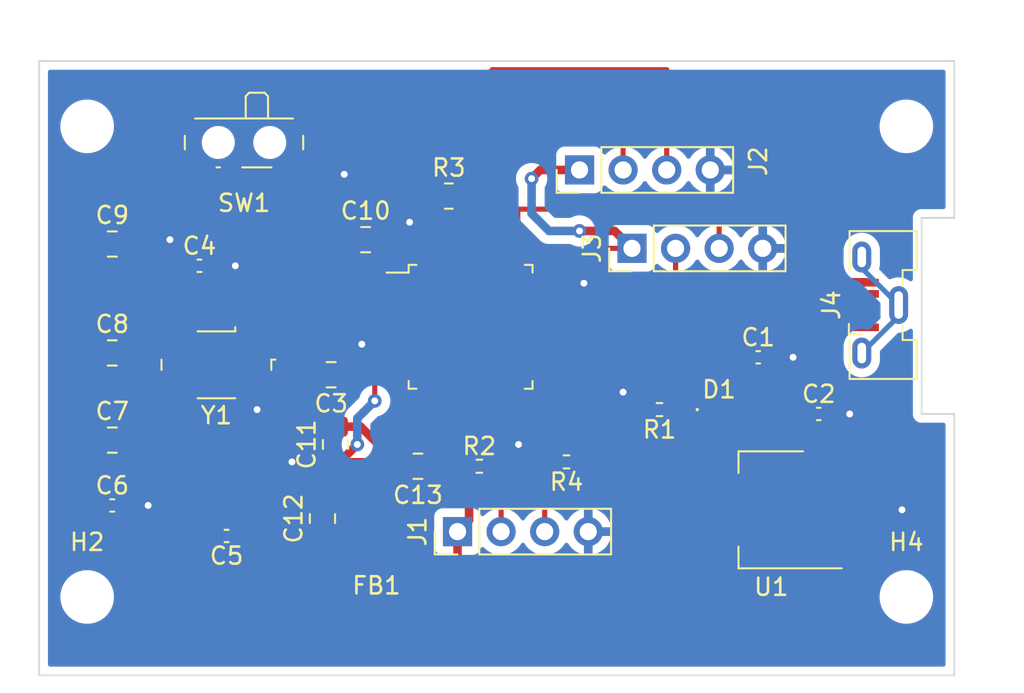
<source format=kicad_pcb>
(kicad_pcb (version 20211014) (generator pcbnew)
  (title_block (title "my STM32") (date "2023-09-23") (rev "v01") (comment 9 "Victor Waburi"))
  (layers (0 "F.Cu" signal) (31 "B.Cu" power) (34 "B.Paste" user) (35 "F.Paste" user) (36 "B.SilkS" user "B.Silkscreen") (37 "F.SilkS" user "F.Silkscreen") (38 "B.Mask" user) (39 "F.Mask" user) (44 "Edge.Cuts" user))
  (net 0 "")
  (net 1 "VBUS")
  (net 2 "GND")
  (net 3 "+3.3V")
  (net 4 "/NRST")
  (net 5 "/HSE_IN")
  (net 6 "/HSE_OUT")
  (net 7 "+3.3VA")
  (net 8 "Net-(D1-Pad1)")
  (net 9 "/12C2_SCL")
  (net 10 "/12C2_SDA")
  (net 11 "/USART1_TX")
  (net 12 "/USART1_RX")
  (net 13 "/SWDIO")
  (net 14 "/SWCLK")
  (net 15 "/USB_D-")
  (net 17 "/USB_D+")
  (net 18 "Net-(R3-Pad1)")
  (net 19 "/BOOT0")
  (net 47 "unconnected-(J4-Pad6)")
  (footprint "Connector_USB:USB_Micro-B_Molex-105133-0031" (layer "F.Cu") (at 111.506 95.25 90)
    (fp_text reference "J4" (at 0 -2.85 90) (layer "F.SilkS"))
    (fp_text value "USB_B_Micro")
    (fp_line (start 2 -1.785) (end 4.31 -1.785) (layer "F.SilkS") (width 0.12))
    (fp_line (start 2.04 1.305) (end 2.04 2.135) (layer "F.SilkS") (width 0.12))
    (fp_line (start 4.31 2.135) (end 2.04 2.135) (layer "F.SilkS") (width 0.12))
    (fp_line (start -2.04 1.305) (end -2.04 2.135) (layer "F.SilkS") (width 0.12))
    (fp_line (start -4.31 -1.785) (end -4.31 2.135) (layer "F.SilkS") (width 0.12))
    (fp_line (start -4.31 2.135) (end -2.04 2.135) (layer "F.SilkS") (width 0.12))
    (fp_line (start -1.7 -1.825) (end -1.1 -1.825) (layer "F.SilkS") (width 0.12))
    (fp_line (start -2.04 1.305) (end -1.21 1.305) (layer "F.SilkS") (width 0.12))
    (fp_line (start 2.04 1.305) (end 1.21 1.305) (layer "F.SilkS") (width 0.12))
    (fp_line (start -1.7 -1.075) (end -1.7 -1.825) (layer "F.SilkS") (width 0.12))
    (fp_line (start 4.31 -1.785) (end 4.31 2.135) (layer "F.SilkS") (width 0.12))
    (fp_line (start -2 -1.785) (end -4.31 -1.785) (layer "F.SilkS") (width 0.12))
    (pad "1" smd rect (at -1.3 -0.825 90) (size 0.45 1.5) (layers "F.Cu" "F.Paste" "F.Mask") (net 1 "VBUS"))
    (pad "2" smd rect (at -0.65 -0.825 90) (size 0.45 1.5) (layers "F.Cu" "F.Paste" "F.Mask") (net 15 "/USB_D-"))
    (pad "3" smd rect (at 0 -0.825 90) (size 0.45 1.5) (layers "F.Cu" "F.Paste" "F.Mask") (net 17 "/USB_D+"))
    (pad "4" smd rect (at 0.65 -0.825 90) (size 0.45 1.5) (layers "F.Cu" "F.Paste" "F.Mask"))
    (pad "5" smd rect (at 1.3 -0.825 90) (size 0.45 1.5) (layers "F.Cu" "F.Paste" "F.Mask") (net 2 "GND"))
    (pad "6" thru_hole oval (at -2.8 -1.075 90) (size 1.8 1.1) (drill oval 1.2 0.5) (layers *.Cu *.Mask) (net 47 "unconnected-(J4-Pad6)"))
    (pad "6" thru_hole oval (at 0 1.075 90) (size 2.2 1.1) (drill oval 1.6 0.5) (layers *.Cu *.Mask) (net 47 "unconnected-(J4-Pad6)"))
    (pad "6" thru_hole oval (at 2.8 -1.075 90) (size 1.8 1.1) (drill oval 1.2 0.5) (layers *.Cu *.Mask) (net 47 "unconnected-(J4-Pad6)"))
  )
  (footprint "Connector_PinHeader_2.54mm:PinHeader_1x04_P2.54mm_Vertical" (layer "F.Cu") (at 86.868 108.458 90)
    (fp_text reference "J1" (at 0 -2.33 90) (layer "F.SilkS"))
    (fp_text value "Conn_01x04_Female")
    (fp_line (start -1.33 8.95) (end 1.33 8.95) (layer "F.SilkS") (width 0.12))
    (fp_line (start -1.33 1.27) (end 1.33 1.27) (layer "F.SilkS") (width 0.12))
    (fp_line (start 1.33 1.27) (end 1.33 8.95) (layer "F.SilkS") (width 0.12))
    (fp_line (start -1.33 -1.33) (end 0 -1.33) (layer "F.SilkS") (width 0.12))
    (fp_line (start -1.33 1.27) (end -1.33 8.95) (layer "F.SilkS") (width 0.12))
    (fp_line (start -1.33 0) (end -1.33 -1.33) (layer "F.SilkS") (width 0.12))
    (pad "1" thru_hole rect (at 0 0 90) (size 1.7 1.7) (drill 1) (layers *.Cu *.Mask) (net 3 "+3.3V"))
    (pad "2" thru_hole oval (at 0 2.54 90) (size 1.7 1.7) (drill 1) (layers *.Cu *.Mask) (net 9 "/12C2_SCL"))
    (pad "3" thru_hole oval (at 0 5.08 90) (size 1.7 1.7) (drill 1) (layers *.Cu *.Mask) (net 10 "/12C2_SDA"))
    (pad "4" thru_hole oval (at 0 7.62 90) (size 1.7 1.7) (drill 1) (layers *.Cu *.Mask) (net 2 "GND"))
  )
  (footprint "Button_Switch_SMD:SW_SPDT_PCM12" (layer "F.Cu") (at 74.422 86.106 180)
    (fp_text reference "SW1" (at 0 -3.2) (layer "F.SilkS"))
    (fp_text value "SW_SPDT")
    (fp_line (start 1.4 -1.12) (end 1.6 -1.12) (layer "F.SilkS") (width 0.12))
    (fp_line (start -1.4 3.02) (end -1.2 3.23) (layer "F.SilkS") (width 0.12))
    (fp_line (start -2.85 1.73) (end 2.85 1.73) (layer "F.SilkS") (width 0.12))
    (fp_line (start 3.45 0.72) (end 3.45 -0.07) (layer "F.SilkS") (width 0.12))
    (fp_line (start -1.2 3.23) (end -0.3 3.23) (layer "F.SilkS") (width 0.12))
    (fp_line (start -1.6 -1.12) (end 0.1 -1.12) (layer "F.SilkS") (width 0.12))
    (fp_line (start -1.4 1.73) (end -1.4 3.02) (layer "F.SilkS") (width 0.12))
    (fp_line (start -0.1 3.02) (end -0.1 1.73) (layer "F.SilkS") (width 0.12))
    (fp_line (start -3.45 -0.07) (end -3.45 0.72) (layer "F.SilkS") (width 0.12))
    (fp_line (start -0.1 3.02) (end -0.3 3.23) (layer "F.SilkS") (width 0.12))
    (pad "" smd rect (at 3.65 -0.78 180) (size 1 0.8) (layers "F.Cu" "F.Paste" "F.Mask"))
    (pad "" smd rect (at -3.65 1.43 180) (size 1 0.8) (layers "F.Cu" "F.Paste" "F.Mask"))
    (pad "" np_thru_hole circle (at -1.5 0.33 180) (size 0.9 0.9) (drill 0.9) (layers *.Cu *.Mask))
    (pad "" smd rect (at -3.65 -0.78 180) (size 1 0.8) (layers "F.Cu" "F.Paste" "F.Mask"))
    (pad "" np_thru_hole circle (at 1.5 0.33 180) (size 0.9 0.9) (drill 0.9) (layers *.Cu *.Mask))
    (pad "" smd rect (at 3.65 1.43 180) (size 1 0.8) (layers "F.Cu" "F.Paste" "F.Mask"))
    (pad "1" smd rect (at -2.25 -1.43 180) (size 0.7 1.5) (layers "F.Cu" "F.Paste" "F.Mask") (net 2 "GND"))
    (pad "2" smd rect (at 0.75 -1.43 180) (size 0.7 1.5) (layers "F.Cu" "F.Paste" "F.Mask") (net 18 "Net-(R3-Pad1)"))
    (pad "3" smd rect (at 2.25 -1.43 180) (size 0.7 1.5) (layers "F.Cu" "F.Paste" "F.Mask") (net 3 "+3.3V"))
  )
  (footprint "Package_TO_SOT_SMD:SOT-223-3_TabPin2" (layer "F.Cu") (at 105.156 107.188 180)
    (fp_text reference "U1" (at 0 -4.5) (layer "F.SilkS"))
    (fp_text value "AMS1117")
    (fp_line (start -1.85 3.41) (end 1.91 3.41) (layer "F.SilkS") (width 0.12))
    (fp_line (start -4.1 -3.41) (end 1.91 -3.41) (layer "F.SilkS") (width 0.12))
    (fp_line (start 1.91 3.41) (end 1.91 2.15) (layer "F.SilkS") (width 0.12))
    (fp_line (start 1.91 -3.41) (end 1.91 -2.15) (layer "F.SilkS") (width 0.12))
    (pad "1" smd rect (at -3.15 -2.3 180) (size 2 1.5) (layers "F.Cu" "F.Paste" "F.Mask") (net 2 "GND"))
    (pad "2" smd rect (at -3.15 0 180) (size 2 1.5) (layers "F.Cu" "F.Paste" "F.Mask") (net 3 "+3.3V"))
    (pad "2" smd rect (at 3.15 0 180) (size 2 3.8) (layers "F.Cu" "F.Paste" "F.Mask") (net 3 "+3.3V"))
    (pad "3" smd rect (at -3.15 2.3 180) (size 2 1.5) (layers "F.Cu" "F.Paste" "F.Mask") (net 1 "VBUS"))
  )
  (footprint "MountingHole:MountingHole_2.1mm" (layer "F.Cu") (at 65.278 84.836)
    (fp_text reference "H3" hide)
    (fp_text value "MountingHole" hide)
    (pad "" np_thru_hole circle (at 0 0) (size 2.1 2.1) (drill 2.1) (layers *.Cu *.Mask))
  )
  (footprint "Connector_PinHeader_2.54mm:PinHeader_1x04_P2.54mm_Vertical" (layer "F.Cu") (at 97.038 91.948 90)
    (fp_text reference "J3" (at 0 -2.33 90) (layer "F.SilkS"))
    (fp_text value "Conn_01x04_Female")
    (fp_line (start -1.33 -1.33) (end 0 -1.33) (layer "F.SilkS") (width 0.12))
    (fp_line (start -1.33 8.95) (end 1.33 8.95) (layer "F.SilkS") (width 0.12))
    (fp_line (start 1.33 1.27) (end 1.33 8.95) (layer "F.SilkS") (width 0.12))
    (fp_line (start -1.33 1.27) (end 1.33 1.27) (layer "F.SilkS") (width 0.12))
    (fp_line (start -1.33 1.27) (end -1.33 8.95) (layer "F.SilkS") (width 0.12))
    (fp_line (start -1.33 0) (end -1.33 -1.33) (layer "F.SilkS") (width 0.12))
    (pad "1" thru_hole rect (at 0 0 90) (size 1.7 1.7) (drill 1) (layers *.Cu *.Mask) (net 3 "+3.3V"))
    (pad "2" thru_hole oval (at 0 2.54 90) (size 1.7 1.7) (drill 1) (layers *.Cu *.Mask) (net 13 "/SWDIO"))
    (pad "3" thru_hole oval (at 0 5.08 90) (size 1.7 1.7) (drill 1) (layers *.Cu *.Mask) (net 14 "/SWCLK"))
    (pad "4" thru_hole oval (at 0 7.62 90) (size 1.7 1.7) (drill 1) (layers *.Cu *.Mask) (net 2 "GND"))
  )
  (footprint "Capacitor_SMD:C_0805_2012Metric_Pad1.18x1.45mm_HandSolder" (layer "F.Cu") (at 78.994 107.696 90)
    (fp_text reference "C12" (at 0 -1.68 90) (layer "F.SilkS"))
    (fp_text value "1u")
    (fp_line (start -0.261252 0.735) (end 0.261252 0.735) (layer "F.SilkS") (width 0.12))
    (fp_line (start -0.261252 -0.735) (end 0.261252 -0.735) (layer "F.SilkS") (width 0.12))
    (pad "1" smd roundrect (at -1.0375 0 90) (size 1.175 1.45) (layers "F.Cu" "F.Paste" "F.Mask") (roundrect_rratio 0.212766) (net 7 "+3.3VA"))
    (pad "2" smd roundrect (at 1.0375 0 90) (size 1.175 1.45) (layers "F.Cu" "F.Paste" "F.Mask") (roundrect_rratio 0.212766) (net 2 "GND"))
  )
  (footprint "MountingHole:MountingHole_2.1mm" (layer "F.Cu") (at 113.03 84.836)
    (fp_text reference "H1" hide)
    (fp_text value "MountingHole" hide)
    (pad "" np_thru_hole circle (at 0 0) (size 2.1 2.1) (drill 2.1) (layers *.Cu *.Mask))
  )
  (footprint "Inductor_SMD:L_0201_0603Metric_Pad0.64x0.40mm_HandSolder" (layer "F.Cu") (at 79.502 110.744)
    (fp_text reference "FB1" (at 2.64 0.86) (layer "F.SilkS"))
    (fp_text value "120R")
    (pad "1" smd roundrect (at -0.4075 0) (size 0.635 0.4) (layers "F.Cu" "F.Mask") (net 3 "+3.3V"))
    (pad "2" smd roundrect (at 0.4075 0) (size 0.635 0.4) (layers "F.Cu" "F.Mask") (net 7 "+3.3VA"))
  )
  (footprint "Resistor_SMD:R_0805_2012Metric_Pad1.20x1.40mm_HandSolder" (layer "F.Cu") (at 86.36 88.9)
    (fp_text reference "R3" (at 0 -1.65) (layer "F.SilkS"))
    (fp_text value "10K")
    (fp_line (start -0.227064 0.735) (end 0.227064 0.735) (layer "F.SilkS") (width 0.12))
    (fp_line (start -0.227064 -0.735) (end 0.227064 -0.735) (layer "F.SilkS") (width 0.12))
    (pad "1" smd roundrect (at -1 0) (size 1.2 1.4) (layers "F.Cu" "F.Paste" "F.Mask") (roundrect_rratio 0.208333) (net 18 "Net-(R3-Pad1)"))
    (pad "2" smd roundrect (at 1 0) (size 1.2 1.4) (layers "F.Cu" "F.Paste" "F.Mask") (roundrect_rratio 0.208333) (net 19 "/BOOT0"))
  )
  (footprint "Capacitor_SMD:C_0402_1005Metric_Pad0.74x0.62mm_HandSolder" (layer "F.Cu") (at 66.7425 106.934)
    (fp_text reference "C6" (at 0 -1.16) (layer "F.SilkS"))
    (fp_text value "10u")
    (fp_line (start -0.115835 0.36) (end 0.115835 0.36) (layer "F.SilkS") (width 0.12))
    (fp_line (start -0.115835 -0.36) (end 0.115835 -0.36) (layer "F.SilkS") (width 0.12))
    (pad "1" smd roundrect (at -0.5675 0) (size 0.735 0.62) (layers "F.Cu" "F.Paste" "F.Mask") (net 3 "+3.3V"))
    (pad "2" smd roundrect (at 0.5675 0) (size 0.735 0.62) (layers "F.Cu" "F.Paste" "F.Mask") (net 2 "GND"))
  )
  (footprint "Capacitor_SMD:C_0402_1005Metric" (layer "F.Cu") (at 107.922 101.6)
    (fp_text reference "C2" (at 0 -1.16) (layer "F.SilkS"))
    (fp_text value "22u")
    (fp_line (start -0.107836 0.36) (end 0.107836 0.36) (layer "F.SilkS") (width 0.12))
    (fp_line (start -0.107836 -0.36) (end 0.107836 -0.36) (layer "F.SilkS") (width 0.12))
    (pad "1" smd roundrect (at -0.48 0) (size 0.56 0.62) (layers "F.Cu" "F.Paste" "F.Mask") (net 3 "+3.3V"))
    (pad "2" smd roundrect (at 0.48 0) (size 0.56 0.62) (layers "F.Cu" "F.Paste" "F.Mask") (net 2 "GND"))
  )
  (footprint "Capacitor_SMD:C_0805_2012Metric_Pad1.18x1.45mm_HandSolder" (layer "F.Cu") (at 79.756 103.378 90)
    (fp_text reference "C11" (at 0 -1.68 90) (layer "F.SilkS"))
    (fp_text value "10n")
    (fp_line (start -0.261252 0.735) (end 0.261252 0.735) (layer "F.SilkS") (width 0.12))
    (fp_line (start -0.261252 -0.735) (end 0.261252 -0.735) (layer "F.SilkS") (width 0.12))
    (pad "1" smd roundrect (at -1.0375 0 90) (size 1.175 1.45) (layers "F.Cu" "F.Paste" "F.Mask") (roundrect_rratio 0.212766) (net 7 "+3.3VA"))
    (pad "2" smd roundrect (at 1.0375 0 90) (size 1.175 1.45) (layers "F.Cu" "F.Paste" "F.Mask") (roundrect_rratio 0.212766) (net 2 "GND"))
  )
  (footprint "Capacitor_SMD:C_0805_2012Metric_Pad1.18x1.45mm_HandSolder" (layer "F.Cu") (at 84.5605 104.648 180)
    (fp_text reference "C13" (at 0 -1.68) (layer "F.SilkS"))
    (fp_text value "1u")
    (fp_line (start -0.261252 0.735) (end 0.261252 0.735) (layer "F.SilkS") (width 0.12))
    (fp_line (start -0.261252 -0.735) (end 0.261252 -0.735) (layer "F.SilkS") (width 0.12))
    (pad "1" smd roundrect (at -1.0375 0 180) (size 1.175 1.45) (layers "F.Cu" "F.Paste" "F.Mask") (roundrect_rratio 0.212766) (net 3 "+3.3V"))
    (pad "2" smd roundrect (at 1.0375 0 180) (size 1.175 1.45) (layers "F.Cu" "F.Paste" "F.Mask") (roundrect_rratio 0.212766) (net 2 "GND"))
  )
  (footprint "Capacitor_SMD:C_0402_1005Metric" (layer "F.Cu") (at 104.394 98.298)
    (fp_text reference "C1" (at 0 -1.16) (layer "F.SilkS"))
    (fp_text value "22u")
    (fp_line (start -0.107836 -0.36) (end 0.107836 -0.36) (layer "F.SilkS") (width 0.12))
    (fp_line (start -0.107836 0.36) (end 0.107836 0.36) (layer "F.SilkS") (width 0.12))
    (pad "1" smd roundrect (at -0.48 0) (size 0.56 0.62) (layers "F.Cu" "F.Paste" "F.Mask") (net 1 "VBUS"))
    (pad "2" smd roundrect (at 0.48 0) (size 0.56 0.62) (layers "F.Cu" "F.Paste" "F.Mask") (net 2 "GND"))
  )
  (footprint "Resistor_SMD:R_0402_1005Metric_Pad0.72x0.64mm_HandSolder" (layer "F.Cu") (at 98.6415 101.346 180)
    (fp_text reference "R1" (at 0 -1.17) (layer "F.SilkS"))
    (fp_text value "1k5")
    (fp_line (start -0.167621 0.38) (end 0.167621 0.38) (layer "F.SilkS") (width 0.12))
    (fp_line (start -0.167621 -0.38) (end 0.167621 -0.38) (layer "F.SilkS") (width 0.12))
    (pad "1" smd roundrect (at -0.5975 0 180) (size 0.715 0.64) (layers "F.Cu" "F.Paste" "F.Mask") (net 8 "Net-(D1-Pad1)"))
    (pad "2" smd roundrect (at 0.5975 0 180) (size 0.715 0.64) (layers "F.Cu" "F.Paste" "F.Mask") (net 2 "GND"))
  )
  (footprint "MountingHole:MountingHole_2.1mm" (layer "F.Cu") (at 65.278 112.268)
    (fp_text reference "H2" (at 0 -3.2) (layer "F.SilkS"))
    (fp_text value "MountingHole" hide)
    (pad "" np_thru_hole circle (at 0 0) (size 2.1 2.1) (drill 2.1) (layers *.Cu *.Mask))
  )
  (footprint "Capacitor_SMD:C_0805_2012Metric_Pad1.18x1.45mm_HandSolder" (layer "F.Cu") (at 66.7425 98.044)
    (fp_text reference "C8" (at 0 -1.68) (layer "F.SilkS"))
    (fp_text value "100n")
    (fp_line (start -0.261252 -0.735) (end 0.261252 -0.735) (layer "F.SilkS") (width 0.12))
    (fp_line (start -0.261252 0.735) (end 0.261252 0.735) (layer "F.SilkS") (width 0.12))
    (pad "1" smd roundrect (at -1.0375 0) (size 1.175 1.45) (layers "F.Cu" "F.Paste" "F.Mask") (roundrect_rratio 0.212766) (net 3 "+3.3V"))
    (pad "2" smd roundrect (at 1.0375 0) (size 1.175 1.45) (layers "F.Cu" "F.Paste" "F.Mask") (roundrect_rratio 0.212766) (net 2 "GND"))
  )
  (footprint "Crystal:Crystal_SMD_0603-4Pin_6.0x3.5mm" (layer "F.Cu") (at 72.812 98.736 180)
    (fp_text reference "Y1" (at 0 -2.95) (layer "F.SilkS"))
    (fp_text value "16MHz")
    (fp_line (start 1.1 1.95) (end -1.1 1.95) (layer "F.SilkS") (width 0.12))
    (fp_line (start -1.1 -1.95) (end 1.1 -1.95) (layer "F.SilkS") (width 0.12))
    (fp_line (start -1.1 1.95) (end -1.1 2.19) (layer "F.SilkS") (width 0.12))
    (fp_line (start -3.2 0.3) (end -3.2 -0.3) (layer "F.SilkS") (width 0.12))
    (fp_line (start 3.2 -0.3) (end 3.2 0.3) (layer "F.SilkS") (width 0.12))
    (fp_line (start -3.44 0.3) (end -3.2 0.3) (layer "F.SilkS") (width 0.12))
    (pad "1" smd rect (at -2.2 1.2 180) (size 1.8 1.4) (layers "F.Cu" "F.Paste" "F.Mask") (net 5 "/HSE_IN"))
    (pad "2" smd rect (at 2.2 1.2 180) (size 1.8 1.4) (layers "F.Cu" "F.Paste" "F.Mask") (net 2 "GND"))
    (pad "3" smd rect (at 2.2 -1.2 180) (size 1.8 1.4) (layers "F.Cu" "F.Paste" "F.Mask") (net 6 "/HSE_OUT"))
    (pad "4" smd rect (at -2.2 -1.2 180) (size 1.8 1.4) (layers "F.Cu" "F.Paste" "F.Mask") (net 2 "GND"))
  )
  (footprint "Capacitor_SMD:C_0805_2012Metric_Pad1.18x1.45mm_HandSolder" (layer "F.Cu") (at 66.7425 91.694)
    (fp_text reference "C9" (at 0 -1.68) (layer "F.SilkS"))
    (fp_text value "100n")
    (fp_line (start -0.261252 -0.735) (end 0.261252 -0.735) (layer "F.SilkS") (width 0.12))
    (fp_line (start -0.261252 0.735) (end 0.261252 0.735) (layer "F.SilkS") (width 0.12))
    (pad "1" smd roundrect (at -1.0375 0) (size 1.175 1.45) (layers "F.Cu" "F.Paste" "F.Mask") (roundrect_rratio 0.212766) (net 3 "+3.3V"))
    (pad "2" smd roundrect (at 1.0375 0) (size 1.175 1.45) (layers "F.Cu" "F.Paste" "F.Mask") (roundrect_rratio 0.212766) (net 2 "GND"))
  )
  (footprint "LED_SMD:LED_0402_1005Metric_Pad0.77x0.64mm_HandSolder" (layer "F.Cu") (at 102.108 101.346)
    (fp_text reference "D1" (at 0 -1.17) (layer "F.SilkS"))
    (fp_text value "RED")
    (fp_circle (center -1.265 0) (end -1.215 0) (layer "F.SilkS") (width 0.1) (fill none))
    (pad "1" smd roundrect (at -0.5725 0) (size 0.765 0.64) (layers "F.Cu" "F.Paste" "F.Mask") (net 8 "Net-(D1-Pad1)"))
    (pad "2" smd roundrect (at 0.5725 0) (size 0.765 0.64) (layers "F.Cu" "F.Paste" "F.Mask") (net 3 "+3.3V"))
  )
  (footprint "Capacitor_SMD:C_0402_1005Metric_Pad0.74x0.62mm_HandSolder" (layer "F.Cu") (at 71.8225 92.964)
    (fp_text reference "C4" (at 0 -1.16) (layer "F.SilkS"))
    (fp_text value "10u")
    (fp_line (start -0.115835 0.36) (end 0.115835 0.36) (layer "F.SilkS") (width 0.12))
    (fp_line (start -0.115835 -0.36) (end 0.115835 -0.36) (layer "F.SilkS") (width 0.12))
    (pad "1" smd roundrect (at -0.5675 0) (size 0.735 0.62) (layers "F.Cu" "F.Paste" "F.Mask") (net 5 "/HSE_IN"))
    (pad "2" smd roundrect (at 0.5675 0) (size 0.735 0.62) (layers "F.Cu" "F.Paste" "F.Mask") (net 2 "GND"))
  )
  (footprint "MountingHole:MountingHole_2.1mm" (layer "F.Cu") (at 113.03 112.268)
    (fp_text reference "H4" (at 0 -3.2) (layer "F.SilkS"))
    (fp_text value "MountingHole" hide)
    (pad "" np_thru_hole circle (at 0 0) (size 2.1 2.1) (drill 2.1) (layers *.Cu *.Mask))
  )
  (footprint "Capacitor_SMD:C_0805_2012Metric_Pad1.18x1.45mm_HandSolder" (layer "F.Cu") (at 81.5125 91.44)
    (fp_text reference "C10" (at 0 -1.68) (layer "F.SilkS"))
    (fp_text value "100n")
    (fp_line (start -0.261252 0.735) (end 0.261252 0.735) (layer "F.SilkS") (width 0.12))
    (fp_line (start -0.261252 -0.735) (end 0.261252 -0.735) (layer "F.SilkS") (width 0.12))
    (pad "1" smd roundrect (at -1.0375 0) (size 1.175 1.45) (layers "F.Cu" "F.Paste" "F.Mask") (roundrect_rratio 0.212766) (net 3 "+3.3V"))
    (pad "2" smd roundrect (at 1.0375 0) (size 1.175 1.45) (layers "F.Cu" "F.Paste" "F.Mask") (roundrect_rratio 0.212766) (net 2 "GND"))
  )
  (footprint "Resistor_SMD:R_0402_1005Metric_Pad0.72x0.64mm_HandSolder" (layer "F.Cu") (at 93.218 104.394 180)
    (fp_text reference "R4" (at 0 -1.17) (layer "F.SilkS"))
    (fp_text value "1K5")
    (fp_line (start -0.167621 0.38) (end 0.167621 0.38) (layer "F.SilkS") (width 0.12))
    (fp_line (start -0.167621 -0.38) (end 0.167621 -0.38) (layer "F.SilkS") (width 0.12))
    (pad "1" smd roundrect (at -0.5975 0 180) (size 0.715 0.64) (layers "F.Cu" "F.Paste" "F.Mask") (net 3 "+3.3V"))
    (pad "2" smd roundrect (at 0.5975 0 180) (size 0.715 0.64) (layers "F.Cu" "F.Paste" "F.Mask") (net 10 "/12C2_SDA"))
  )
  (footprint "Capacitor_SMD:C_0805_2012Metric_Pad1.18x1.45mm_HandSolder" (layer "F.Cu") (at 66.7425 103.124)
    (fp_text reference "C7" (at 0 -1.68) (layer "F.SilkS"))
    (fp_text value "100n")
    (fp_line (start -0.261252 -0.735) (end 0.261252 -0.735) (layer "F.SilkS") (width 0.12))
    (fp_line (start -0.261252 0.735) (end 0.261252 0.735) (layer "F.SilkS") (width 0.12))
    (pad "1" smd roundrect (at -1.0375 0) (size 1.175 1.45) (layers "F.Cu" "F.Paste" "F.Mask") (roundrect_rratio 0.212766) (net 3 "+3.3V"))
    (pad "2" smd roundrect (at 1.0375 0) (size 1.175 1.45) (layers "F.Cu" "F.Paste" "F.Mask") (roundrect_rratio 0.212766) (net 2 "GND"))
  )
  (footprint "Capacitor_SMD:C_0805_2012Metric_Pad1.18x1.45mm_HandSolder" (layer "F.Cu") (at 79.502 99.314 180)
    (fp_text reference "C3" (at 0 -1.68) (layer "F.SilkS"))
    (fp_text value "100n")
    (fp_line (start -0.261252 -0.735) (end 0.261252 -0.735) (layer "F.SilkS") (width 0.12))
    (fp_line (start -0.261252 0.735) (end 0.261252 0.735) (layer "F.SilkS") (width 0.12))
    (pad "1" smd roundrect (at -1.0375 0 180) (size 1.175 1.45) (layers "F.Cu" "F.Paste" "F.Mask") (roundrect_rratio 0.212766) (net 4 "/NRST"))
    (pad "2" smd roundrect (at 1.0375 0 180) (size 1.175 1.45) (layers "F.Cu" "F.Paste" "F.Mask") (roundrect_rratio 0.212766) (net 2 "GND"))
  )
  (footprint "Resistor_SMD:R_0402_1005Metric_Pad0.72x0.64mm_HandSolder" (layer "F.Cu") (at 88.138 104.648)
    (fp_text reference "R2" (at 0 -1.17) (layer "F.SilkS"))
    (fp_text value "1K5")
    (fp_line (start -0.167621 0.38) (end 0.167621 0.38) (layer "F.SilkS") (width 0.12))
    (fp_line (start -0.167621 -0.38) (end 0.167621 -0.38) (layer "F.SilkS") (width 0.12))
    (pad "1" smd roundrect (at -0.5975 0) (size 0.715 0.64) (layers "F.Cu" "F.Paste" "F.Mask") (net 3 "+3.3V"))
    (pad "2" smd roundrect (at 0.5975 0) (size 0.715 0.64) (layers "F.Cu" "F.Paste" "F.Mask") (net 9 "/12C2_SCL"))
  )
  (footprint "Package_QFP:LQFP-48_7x7mm_P0.5mm" (layer "F.Cu") (at 87.63 96.52)
    (fp_text reference "U2" hide)
    (fp_text value "STM32F103C8Tx")
    (fp_line (start 3.16 3.61) (end 3.61 3.61) (layer "F.SilkS") (width 0.12))
    (fp_line (start 3.61 -3.61) (end 3.61 -3.16) (layer "F.SilkS") (width 0.12))
    (fp_line (start 3.16 -3.61) (end 3.61 -3.61) (layer "F.SilkS") (width 0.12))
    (fp_line (start -3.61 3.61) (end -3.61 3.16) (layer "F.SilkS") (width 0.12))
    (fp_line (start 3.61 3.61) (end 3.61 3.16) (layer "F.SilkS") (width 0.12))
    (fp_line (start -3.16 3.61) (end -3.61 3.61) (layer "F.SilkS") (width 0.12))
    (fp_line (start -3.61 -3.61) (end -3.61 -3.16) (layer "F.SilkS") (width 0.12))
    (fp_line (start -3.61 -3.16) (end -4.9 -3.16) (layer "F.SilkS") (width 0.12))
    (fp_line (start -3.16 -3.61) (end -3.61 -3.61) (layer "F.SilkS") (width 0.12))
    (pad "1" smd roundrect (at -4.1625 -2.75) (size 1.475 0.3) (layers "F.Cu" "F.Paste" "F.Mask") (net 3 "+3.3V"))
    (pad "2" smd roundrect (at -4.1625 -2.25) (size 1.475 0.3) (layers "F.Cu" "F.Paste" "F.Mask"))
    (pad "3" smd roundrect (at -4.1625 -1.75) (size 1.475 0.3) (layers "F.Cu" "F.Paste" "F.Mask"))
    (pad "4" smd roundrect (at -4.1625 -1.25) (size 1.475 0.3) (layers "F.Cu" "F.Paste" "F.Mask"))
    (pad "5" smd roundrect (at -4.1625 -0.75) (size 1.475 0.3) (layers "F.Cu" "F.Paste" "F.Mask") (net 5 "/HSE_IN"))
    (pad "6" smd roundrect (at -4.1625 -0.25) (size 1.475 0.3) (layers "F.Cu" "F.Paste" "F.Mask") (net 6 "/HSE_OUT"))
    (pad "7" smd roundrect (at -4.1625 0.25) (size 1.475 0.3) (layers "F.Cu" "F.Paste" "F.Mask") (net 4 "/NRST"))
    (pad "8" smd roundrect (at -4.1625 0.75) (size 1.475 0.3) (layers "F.Cu" "F.Paste" "F.Mask") (net 2 "GND"))
    (pad "9" smd roundrect (at -4.1625 1.25) (size 1.475 0.3) (layers "F.Cu" "F.Paste" "F.Mask") (net 7 "+3.3VA"))
    (pad "10" smd roundrect (at -4.1625 1.75) (size 1.475 0.3) (layers "F.Cu" "F.Paste" "F.Mask"))
    (pad "11" smd roundrect (at -4.1625 2.25) (size 1.475 0.3) (layers "F.Cu" "F.Paste" "F.Mask"))
    (pad "12" smd roundrect (at -4.1625 2.75) (size 1.475 0.3) (layers "F.Cu" "F.Paste" "F.Mask"))
    (pad "13" smd roundrect (at -2.75 4.1625) (size 0.3 1.475) (layers "F.Cu" "F.Paste" "F.Mask"))
    (pad "14" smd roundrect (at -2.25 4.1625) (size 0.3 1.475) (layers "F.Cu" "F.Paste" "F.Mask"))
    (pad "15" smd roundrect (at -1.75 4.1625) (size 0.3 1.475) (layers "F.Cu" "F.Paste" "F.Mask"))
    (pad "16" smd roundrect (at -1.25 4.1625) (size 0.3 1.475) (layers "F.Cu" "F.Paste" "F.Mask"))
    (pad "17" smd roundrect (at -0.75 4.1625) (size 0.3 1.475) (layers "F.Cu" "F.Paste" "F.Mask"))
    (pad "18" smd roundrect (at -0.25 4.1625) (size 0.3 1.475) (layers "F.Cu" "F.Paste" "F.Mask"))
    (pad "19" smd roundrect (at 0.25 4.1625) (size 0.3 1.475) (layers "F.Cu" "F.Paste" "F.Mask"))
    (pad "20" smd roundrect (at 0.75 4.1625) (size 0.3 1.475) (layers "F.Cu" "F.Paste" "F.Mask"))
    (pad "21" smd roundrect (at 1.25 4.1625) (size 0.3 1.475) (layers "F.Cu" "F.Paste" "F.Mask") (net 9 "/12C2_SCL"))
    (pad "22" smd roundrect (at 1.75 4.1625) (size 0.3 1.475) (layers "F.Cu" "F.Paste" "F.Mask") (net 10 "/12C2_SDA"))
    (pad "23" smd roundrect (at 2.25 4.1625) (size 0.3 1.475) (layers "F.Cu" "F.Paste" "F.Mask") (net 2 "GND"))
    (pad "24" smd roundrect (at 2.75 4.1625) (size 0.3 1.475) (layers "F.Cu" "F.Paste" "F.Mask") (net 3 "+3.3V"))
    (pad "25" smd roundrect (at 4.1625 2.75) (size 1.475 0.3) (layers "F.Cu" "F.Paste" "F.Mask"))
    (pad "26" smd roundrect (at 4.1625 2.25) (size 1.475 0.3) (layers "F.Cu" "F.Paste" "F.Mask"))
    (pad "27" smd roundrect (at 4.1625 1.75) (size 1.475 0.3) (layers "F.Cu" "F.Paste" "F.Mask"))
    (pad "28" smd roundrect (at 4.1625 1.25) (size 1.475 0.3) (layers "F.Cu" "F.Paste" "F.Mask"))
    (pad "29" smd roundrect (at 4.1625 0.75) (size 1.475 0.3) (layers "F.Cu" "F.Paste" "F.Mask"))
    (pad "30" smd roundrect (at 4.1625 0.25) (size 1.475 0.3) (layers "F.Cu" "F.Paste" "F.Mask"))
    (pad "31" smd roundrect (at 4.1625 -0.25) (size 1.475 0.3) (layers "F.Cu" "F.Paste" "F.Mask"))
    (pad "32" smd roundrect (at 4.1625 -0.75) (size 1.475 0.3) (layers "F.Cu" "F.Paste" "F.Mask") (net 15 "/USB_D-"))
    (pad "33" smd roundrect (at 4.1625 -1.25) (size 1.475 0.3) (layers "F.Cu" "F.Paste" "F.Mask") (net 17 "/USB_D+"))
    (pad "34" smd roundrect (at 4.1625 -1.75) (size 1.475 0.3) (layers "F.Cu" "F.Paste" "F.Mask") (net 13 "/SWDIO"))
    (pad "35" smd roundrect (at 4.1625 -2.25) (size 1.475 0.3) (layers "F.Cu" "F.Paste" "F.Mask") (net 2 "GND"))
    (pad "36" smd roundrect (at 4.1625 -2.75) (size 1.475 0.3) (layers "F.Cu" "F.Paste" "F.Mask") (net 3 "+3.3V"))
    (pad "37" smd roundrect (at 2.75 -4.1625) (size 0.3 1.475) (layers "F.Cu" "F.Paste" "F.Mask") (net 14 "/SWCLK"))
    (pad "38" smd roundrect (at 2.25 -4.1625) (size 0.3 1.475) (layers "F.Cu" "F.Paste" "F.Mask"))
    (pad "39" smd roundrect (at 1.75 -4.1625) (size 0.3 1.475) (layers "F.Cu" "F.Paste" "F.Mask"))
    (pad "40" smd roundrect (at 1.25 -4.1625) (size 0.3 1.475) (layers "F.Cu" "F.Paste" "F.Mask"))
    (pad "41" smd roundrect (at 0.75 -4.1625) (size 0.3 1.475) (layers "F.Cu" "F.Paste" "F.Mask"))
    (pad "42" smd roundrect (at 0.25 -4.1625) (size 0.3 1.475) (layers "F.Cu" "F.Paste" "F.Mask") (net 11 "/USART1_TX"))
    (pad "43" smd roundrect (at -0.25 -4.1625) (size 0.3 1.475) (layers "F.Cu" "F.Paste" "F.Mask") (net 12 "/USART1_RX"))
    (pad "44" smd roundrect (at -0.75 -4.1625) (size 0.3 1.475) (layers "F.Cu" "F.Paste" "F.Mask") (net 19 "/BOOT0"))
    (pad "45" smd roundrect (at -1.25 -4.1625) (size 0.3 1.475) (layers "F.Cu" "F.Paste" "F.Mask"))
    (pad "46" smd roundrect (at -1.75 -4.1625) (size 0.3 1.475) (layers "F.Cu" "F.Paste" "F.Mask"))
    (pad "47" smd roundrect (at -2.25 -4.1625) (size 0.3 1.475) (layers "F.Cu" "F.Paste" "F.Mask") (net 2 "GND"))
    (pad "48" smd roundrect (at -2.75 -4.1625) (size 0.3 1.475) (layers "F.Cu" "F.Paste" "F.Mask") (net 3 "+3.3V"))
  )
  (footprint "Capacitor_SMD:C_0402_1005Metric_Pad0.74x0.62mm_HandSolder" (layer "F.Cu") (at 73.406 108.712 180)
    (fp_text reference "C5" (at 0 -1.16) (layer "F.SilkS"))
    (fp_text value "10u")
    (fp_line (start -0.115835 0.36) (end 0.115835 0.36) (layer "F.SilkS") (width 0.12))
    (fp_line (start -0.115835 -0.36) (end 0.115835 -0.36) (layer "F.SilkS") (width 0.12))
    (pad "1" smd roundrect (at -0.5675 0 180) (size 0.735 0.62) (layers "F.Cu" "F.Paste" "F.Mask") (net 6 "/HSE_OUT"))
    (pad "2" smd roundrect (at 0.5675 0 180) (size 0.735 0.62) (layers "F.Cu" "F.Paste" "F.Mask") (net 2 "GND"))
  )
  (footprint "Connector_PinHeader_2.54mm:PinHeader_1x04_P2.54mm_Vertical" (layer "F.Cu") (at 93.98 87.376 90)
    (fp_text reference "J2" (at 0.508 10.414 90) (layer "F.SilkS"))
    (fp_text value "Conn_01x04_Female" hide)
    (fp_line (start 1.33 1.27) (end 1.33 8.95) (layer "F.SilkS") (width 0.12))
    (fp_line (start -1.33 8.95) (end 1.33 8.95) (layer "F.SilkS") (width 0.12))
    (fp_line (start -1.33 1.27) (end -1.33 8.95) (layer "F.SilkS") (width 0.12))
    (fp_line (start -1.33 0) (end -1.33 -1.33) (layer "F.SilkS") (width 0.12))
    (fp_line (start -1.33 -1.33) (end 0 -1.33) (layer "F.SilkS") (width 0.12))
    (fp_line (start -1.33 1.27) (end 1.33 1.27) (layer "F.SilkS") (width 0.12))
    (pad "1" thru_hole rect (at 0 0 90) (size 1.7 1.7) (drill 1) (layers *.Cu *.Mask) (net 3 "+3.3V"))
    (pad "2" thru_hole oval (at 0 2.54 90) (size 1.7 1.7) (drill 1) (layers *.Cu *.Mask) (net 11 "/USART1_TX"))
    (pad "3" thru_hole oval (at 0 5.08 90) (size 1.7 1.7) (drill 1) (layers *.Cu *.Mask) (net 12 "/USART1_RX"))
    (pad "4" thru_hole oval (at 0 7.62 90) (size 1.7 1.7) (drill 1) (layers *.Cu *.Mask) (net 2 "GND"))
  )
  (gr_line (start 62.484 116.84) (end 62.484 81.026) (layer "Edge.Cuts") (width 0.1))
  (gr_line (start 62.484 116.84) (end 115.824 116.84) (layer "Edge.Cuts") (width 0.1))
  (gr_line (start 62.484 81.026) (end 115.824 81.026) (layer "Edge.Cuts") (width 0.1))
  (gr_line (start 115.824 90.17) (end 113.919 90.17) (layer "Edge.Cuts") (width 0.1))
  (gr_line (start 113.919 90.17) (end 113.919 101.6) (layer "Edge.Cuts") (width 0.1))
  (gr_line (start 115.824 101.6) (end 115.824 116.84) (layer "Edge.Cuts") (width 0.1))
  (gr_line (start 115.824 81.026) (end 115.824 90.17) (layer "Edge.Cuts") (width 0.1))
  (gr_line (start 115.824 101.6) (end 113.919 101.6) (layer "Edge.Cuts") (width 0.1))
  (segment (start 103.886 96.52) (end 103.886 98.27) (width 0.3) (layer "F.Cu") (net 1))
  (segment (start 110.73 104.888) (end 108.306 104.888) (width 0.5) (layer "F.Cu") (net 1))
  (segment (start 110.744 100.838) (end 110.744 104.902) (width 0.5) (layer "F.Cu") (net 1))
  (segment (start 103.886 99.314) (end 104.394 99.822) (width 0.5) (layer "F.Cu") (net 1))
  (segment (start 103.916 96.55) (end 103.886 96.52) (width 0.3) (layer "F.Cu") (net 1))
  (segment (start 110.744 104.902) (end 110.73 104.888) (width 0.5) (layer "F.Cu") (net 1))
  (segment (start 103.914 99.286) (end 103.886 99.314) (width 0.5) (layer "F.Cu") (net 1))
  (segment (start 107.95 99.822) (end 107.95 100.33) (width 0.5) (layer "F.Cu") (net 1))
  (segment (start 104.394 99.822) (end 107.95 99.822) (width 0.5) (layer "F.Cu") (net 1))
  (segment (start 108.204 100.584) (end 110.49 100.584) (width 0.5) (layer "F.Cu") (net 1))
  (segment (start 107.95 100.33) (end 108.204 100.584) (width 0.5) (layer "F.Cu") (net 1))
  (segment (start 103.886 98.27) (end 103.914 98.298) (width 0.3) (layer "F.Cu") (net 1))
  (segment (start 110.49 100.584) (end 110.744 100.838) (width 0.5) (layer "F.Cu") (net 1))
  (segment (start 110.681 96.55) (end 103.916 96.55) (width 0.3) (layer "F.Cu") (net 1))
  (segment (start 103.914 98.298) (end 103.914 99.286) (width 0.5) (layer "F.Cu") (net 1))
  (segment (start 108.204 93.98) (end 108.259 93.925) (width 0.5) (layer "F.Cu") (net 2))
  (segment (start 78.994 106.6585) (end 77.4485 106.6585) (width 0.5) (layer "F.Cu") (net 2))
  (segment (start 69.85 91.694) (end 70.104 91.44) (width 0.5) (layer "F.Cu") (net 2))
  (segment (start 85.38 92.3575) (end 85.38 90.46) (width 0.3) (layer "F.Cu") (net 2))
  (segment (start 97.536 101.346) (end 96.52 100.33) (width 0.5) (layer "F.Cu") (net 2))
  (segment (start 108.306 109.488) (end 110.476 109.488) (width 0.5) (layer "F.Cu") (net 2))
  (segment (start 93.944 94.27) (end 94.234 93.98) (width 0.3) (layer "F.Cu") (net 2))
  (segment (start 77.216 106.426) (end 77.216 104.394) (width 0.5) (layer "F.Cu") (net 2))
  (segment (start 83.058 91.44) (end 84.074 90.424) (width 0.5) (layer "F.Cu") (net 2))
  (segment (start 82.55 91.44) (end 83.058 91.44) (width 0.5) (layer "F.Cu") (net 2))
  (segment (start 67.78 106.464) (end 67.31 106.934) (width 0.5) (layer "F.Cu") (net 2))
  (segment (start 104.658 91.948) (end 106.172 91.948) (width 0.5) (layer "F.Cu") (net 2))
  (segment (start 70.612 97.536) (end 72.612 97.536) (width 0.5) (layer "F.Cu") (net 2))
  (segment (start 75.012 99.936) (end 75.012 101.174) (width 0.5) (layer "F.Cu") (net 2))
  (segment (start 108.402 101.6) (end 109.728 101.6) (width 0.5) (layer "F.Cu") (net 2))
  (segment (start 78.4645 101.049) (end 79.756 102.3405) (width 0.3) (layer "F.Cu") (net 2))
  (segment (start 81.2155 102.3405) (end 83.523 104.648) (width 0.5) (layer "F.Cu") (net 2))
  (segment (start 110.476 109.488) (end 112.776 107.188) (width 0.5) (layer "F.Cu") (net 2))
  (segment (start 106.172 91.948) (end 108.204 93.98) (width 0.5) (layer "F.Cu") (net 2))
  (segment (start 80.158 87.736) (end 80.264 87.63) (width 0.5) (layer "F.Cu") (net 2))
  (segment (start 67.78 91.694) (end 69.85 91.694) (width 0.5) (layer "F.Cu") (net 2))
  (segment (start 83.4675 97.27) (end 81.555 97.27) (width 0.3) (layer "F.Cu") (net 2))
  (segment (start 70.104 98.044) (end 70.612 97.536) (width 0.5) (layer "F.Cu") (net 2))
  (segment (start 79.2695 102.3405) (end 77.216 104.394) (width 0.5) (layer "F.Cu") (net 2))
  (segment (start 108.259 93.925) (end 110.681 93.925) (width 0.5) (layer "F.Cu") (net 2))
  (segment (start 91.7925 94.27) (end 93.944 94.27) (width 0.3) (layer "F.Cu") (net 2))
  (segment (start 76.872 87.736) (end 80.158 87.736) (width 0.5) (layer "F.Cu") (net 2))
  (segment (start 104.874 98.298) (end 106.426 98.298) (width 0.5) (layer "F.Cu") (net 2))
  (segment (start 75.012 101.174) (end 75.184 101.346) (width 0.5) (layer "F.Cu") (net 2))
  (segment (start 70.612 108.712) (end 68.834 106.934) (width 0.5) (layer "F.Cu") (net 2))
  (segment (start 85.38 90.46) (end 85.344 90.424) (width 0.3) (layer "F.Cu") (net 2))
  (segment (start 79.756 102.3405) (end 79.2695 102.3405) (width 0.5) (layer "F.Cu") (net 2))
  (segment (start 89.88 102.834) (end 90.424 103.378) (width 0.3) (layer "F.Cu") (net 2))
  (segment (start 67.31 106.934) (end 68.834 106.934) (width 0.5) (layer "F.Cu") (net 2))
  (segment (start 77.4485 106.6585) (end 77.216 106.426) (width 0.5) (layer "F.Cu") (net 2))
  (segment (start 72.39 92.964) (end 73.914 92.964) (width 0.5) (layer "F.Cu") (net 2))
  (segment (start 81.555 97.27) (end 81.289 97.536) (width 0.3) (layer "F.Cu") (net 2))
  (segment (start 79.756 102.3405) (end 81.2155 102.3405) (width 0.5) (layer "F.Cu") (net 2))
  (segment (start 67.78 103.124) (end 67.78 106.464) (width 0.5) (layer "F.Cu") (net 2))
  (segment (start 72.612 97.536) (end 75.012 99.936) (width 0.5) (layer "F.Cu") (net 2))
  (segment (start 72.8385 108.712) (end 70.612 108.712) (width 0.5) (layer "F.Cu") (net 2))
  (segment (start 76.672 87.536) (end 76.872 87.736) (width 0.5) (layer "F.Cu") (net 2))
  (segment (start 98.044 101.346) (end 97.536 101.346) (width 0.5) (layer "F.Cu") (net 2))
  (segment (start 85.344 90.424) (end 84.074 90.424) (width 0.3) (layer "F.Cu") (net 2))
  (segment (start 78.4645 99.314) (end 78.4645 101.049) (width 0.3) (layer "F.Cu") (net 2))
  (segment (start 89.88 100.6825) (end 89.88 102.834) (width 0.3) (layer "F.Cu") (net 2))
  (segment (start 67.78 98.044) (end 70.104 98.044) (width 0.5) (layer "F.Cu") (net 2))
  (via (at 68.834 106.934) (size 0.8) (drill 0.4) (layers "F.Cu" "B.Cu") (net 2))
  (via (at 81.289 97.536) (size 0.8) (drill 0.4) (layers "F.Cu" "B.Cu") (net 2))
  (via (at 70.104 91.44) (size 0.8) (drill 0.4) (layers "F.Cu" "B.Cu") (net 2))
  (via (at 84.074 90.424) (size 0.8) (drill 0.4) (layers "F.Cu" "B.Cu") (net 2))
  (via (at 80.264 87.63) (size 0.8) (drill 0.4) (layers "F.Cu" "B.Cu") (net 2))
  (via (at 106.426 98.298) (size 0.8) (drill 0.4) (layers "F.Cu" "B.Cu") (net 2))
  (via (at 77.216 104.394) (size 0.8) (drill 0.4) (layers "F.Cu" "B.Cu") (net 2))
  (via (at 90.424 103.378) (size 0.8) (drill 0.4) (layers "F.Cu" "B.Cu") (net 2))
  (via (at 96.52 100.33) (size 0.8) (drill 0.4) (layers "F.Cu" "B.Cu") (net 2))
  (via (at 109.728 101.6) (size 0.8) (drill 0.4) (layers "F.Cu" "B.Cu") (net 2))
  (via (at 112.776 107.188) (size 0.8) (drill 0.4) (layers "F.Cu" "B.Cu") (net 2))
  (via (at 75.184 101.346) (size 0.8) (drill 0.4) (layers "F.Cu" "B.Cu") (net 2))
  (via (at 73.914 92.964) (size 0.8) (drill 0.4) (layers "F.Cu" "B.Cu") (net 2))
  (via (at 94.234 93.98) (size 0.8) (drill 0.4) (layers "F.Cu" "B.Cu") (net 2))
  (segment (start 105.664 107.188) (end 105.664 103.886) (width 0.5) (layer "F.Cu") (net 3))
  (segment (start 93.726 103.124) (end 93.726 104.14) (width 0.3) (layer "F.Cu") (net 3))
  (segment (start 86.868 111.506) (end 86.868 108.458) (width 0.5) (layer "F.Cu") (net 3))
  (segment (start 65.705 106.464) (end 66.175 106.934) (width 0.5) (layer "F.Cu") (net 3))
  (segment (start 102.6805 101.346) (end 107.188 101.346) (width 0.5) (layer "F.Cu") (net 3))
  (segment (start 72.172 87.536) (end 70.554 89.154) (width 0.5) (layer "F.Cu") (net 3))
  (segment (start 72.39 91.44) (end 80.475 91.44) (width 0.5) (layer "F.Cu") (net 3))
  (segment (start 89.916 99.06) (end 85.163959 99.06) (width 0.3) (layer "F.Cu") (net 3))
  (segment (start 105.664 103.886) (end 107.442 102.108) (width 0.5) (layer "F.Cu") (net 3))
  (segment (start 82.705 93.67) (end 83.3675 93.67) (width 0.5) (layer "F.Cu") (net 3))
  (segment (start 80.475 91.44) (end 82.705 93.67) (width 0.5) (layer "F.Cu") (net 3))
  (segment (start 85.134 93.77) (end 85.134 99.030041) (width 0.3) (layer "F.Cu") (net 3))
  (segment (start 93.98 87.376) (end 91.694 87.376) (width 0.5) (layer "F.Cu") (net 3))
  (segment (start 93.98 90.932) (end 96.022 90.932) (width 0.5) (layer "F.Cu") (net 3))
  (segment (start 65.705 89.235) (end 65.705 91.694) (width 0.5) (layer "F.Cu") (net 3))
  (segment (start 79.0945 111.3525) (end 79.0945 110.744) (width 0.5) (layer "F.Cu") (net 3))
  (segment (start 85.134 99.030041) (end 85.163959 99.06) (width 0.3) (layer "F.Cu") (net 3))
  (segment (start 90.38 100.6825) (end 90.38 102.064) (width 0.3) (layer "F.Cu") (net 3))
  (segment (start 91.7925 93.77) (end 85.134 93.77) (width 0.3) (layer "F.Cu") (net 3))
  (segment (start 83.82 102.616) (end 85.598 102.616) (width 0.3) (layer "F.Cu") (net 3))
  (segment (start 83.82 100.403959) (end 83.82 102.616) (width 0.3) (layer "F.Cu") (net 3))
  (segment (start 102.006 107.188) (end 96.6095 107.188) (width 0.5) (layer "F.Cu") (net 3))
  (segment (start 79.0945 111.3525) (end 79.248 111.506) (width 0.5) (layer "F.Cu") (net 3))
  (segment (start 107.188 101.346) (end 107.442 101.6) (width 0.5) (layer "F.Cu") (net 3))
  (segment (start 91.44 103.124) (end 93.726 103.124) (width 0.3) (layer "F.Cu") (net 3))
  (segment (start 85.163959 99.06) (end 83.82 100.403959) (width 0.3) (layer "F.Cu") (net 3))
  (segment (start 90.38 100.6825) (end 90.38 99.524) (width 0.3) (layer "F.Cu") (net 3))
  (segment (start 90.38 99.524) (end 89.916 99.06) (width 0.3) (layer "F.Cu") (net 3))
  (segment (start 90.38 102.064) (end 91.44 103.124) (width 0.3) (layer "F.Cu") (net 3))
  (segment (start 65.705 91.694) (end 65.705 98.044) (width 0.5) (layer "F.Cu") (net 3))
  (segment (start 91.694 87.376) (end 91.186 87.884) (width 0.5) (layer "F.Cu") (net 3))
  (segment (start 96.6095 107.188) (end 93.8155 104.394) (width 0.5) (layer "F.Cu") (net 3))
  (segment (start 84.88 93.516) (end 84.88 92.3575) (width 0.3) (layer "F.Cu") (net 3))
  (segment (start 94.234 91.948) (end 97.038 91.948) (width 0.3) (layer "F.Cu") (net 3))
  (segment (start 96.022 90.932) (end 97.038 91.948) (width 0.5) (layer "F.Cu") (net 3))
  (segment (start 65.786 89.154) (end 65.705 89.235) (width 0.5) (layer "F.Cu") (net 3))
  (segment (start 72.172 91.222) (end 72.39 91.44) (width 0.5) (layer "F.Cu") (net 3))
  (segment (start 91.7925 93.77) (end 92.412 93.77) (width 0.3) (layer "F.Cu") (net 3))
  (segment (start 65.705 98.044) (end 65.705 103.124) (width 0.5) (layer "F.Cu") (net 3))
  (segment (start 85.598 104.648) (end 87.5405 104.648) (width 0.5) (layer "F.Cu") (net 3))
  (segment (start 102.006 107.188) (end 105.664 107.188) (width 0.5) (layer "F.Cu") (net 3))
  (segment (start 85.134 93.77) (end 84.88 93.516) (width 0.3) (layer "F.Cu") (net 3))
  (segment (start 108.306 107.188) (end 105.664 107.188) (width 0.5) (layer "F.Cu") (net 3))
  (segment (start 92.412 93.77) (end 94.234 91.948) (width 0.3) (layer "F.Cu") (net 3))
  (segment (start 85.598 102.616) (end 85.598 104.648) (width 0.3) (layer "F.Cu") (net 3))
  (segment (start 65.705 103.124) (end 65.705 106.464) (width 0.5) (layer "F.Cu") (net 3))
  (segment (start 72.172 87.536) (end 72.172 91.222) (width 0.5) (layer "F.Cu") (net 3))
  (segment (start 87.5405 104.648) (end 87.5405 107.7855) (width 0.5) (layer "F.Cu") (net 3))
  (segment (start 83.4675 93.77) (end 84.88 92.3575) (width 0.3) (layer "F.Cu") (net 3))
  (segment (start 70.554 89.154) (end 65.786 89.154) (width 0.5) (layer "F.Cu") (net 3))
  (segment (start 107.442 102.108) (end 107.442 101.6) (width 0.5) (layer "F.Cu") (net 3))
  (segment (start 79.248 111.506) (end 86.868 111.506) (width 0.5) (layer "F.Cu") (net 3))
  (segment (start 87.5405 107.7855) (end 86.868 108.458) (width 0.5) (layer "F.Cu") (net 3))
  (via (at 93.98 90.932) (size 0.8) (drill 0.4) (layers "F.Cu" "B.Cu") (net 3))
  (via (at 91.186 87.884) (size 0.8) (drill 0.4) (layers "F.Cu" "B.Cu") (net 3))
  (segment (start 91.186 89.916) (end 92.202 90.932) (width 0.5) (layer "B.Cu") (net 3))
  (segment (start 92.202 90.932) (end 93.98 90.932) (width 0.5) (layer "B.Cu") (net 3))
  (segment (start 91.186 87.884) (end 91.186 89.916) (width 0.5) (layer "B.Cu") (net 3))
  (segment (start 80.5395 96.7955) (end 80.518 96.774) (width 0.3) (layer "F.Cu") (net 4))
  (segment (start 80.522 96.77) (end 83.4675 96.77) (width 0.3) (layer "F.Cu") (net 4))
  (segment (start 80.5395 99.314) (end 80.5395 96.7955) (width 0.3) (layer "F.Cu") (net 4))
  (segment (start 80.518 96.774) (end 80.522 96.77) (width 0.3) (layer "F.Cu") (net 4))
  (segment (start 76.962 97.536) (end 78.728 95.77) (width 0.3) (layer "F.Cu") (net 5))
  (segment (start 75.012 95.84) (end 75.012 97.536) (width 0.3) (layer "F.Cu") (net 5))
  (segment (start 74.93 95.758) (end 75.012 95.84) (width 0.3) (layer "F.Cu") (net 5))
  (segment (start 75.012 97.536) (end 76.962 97.536) (width 0.3) (layer "F.Cu") (net 5))
  (segment (start 71.374 95.758) (end 74.93 95.758) (width 0.3) (layer "F.Cu") (net 5))
  (segment (start 78.728 95.77) (end 83.4675 95.77) (width 0.3) (layer "F.Cu") (net 5))
  (segment (start 71.255 92.964) (end 71.374 93.083) (width 0.3) (layer "F.Cu") (net 5))
  (segment (start 71.374 93.083) (end 71.374 95.758) (width 0.3) (layer "F.Cu") (net 5))
  (segment (start 76.2 106.4855) (end 76.2 102.362) (width 0.3) (layer "F.Cu") (net 6))
  (segment (start 77.216 101.6) (end 76.454 102.362) (width 0.3) (layer "F.Cu") (net 6))
  (segment (start 83.4675 96.27) (end 79.498 96.27) (width 0.3) (layer "F.Cu") (net 6))
  (segment (start 76.2 102.362) (end 70.612 102.362) (width 0.3) (layer "F.Cu") (net 6))
  (segment (start 70.612 102.362) (end 70.612 99.936) (width 0.3) (layer "F.Cu") (net 6))
  (segment (start 76.454 102.362) (end 76.2 102.362) (width 0.3) (layer "F.Cu") (net 6))
  (segment (start 77.216 98.552) (end 77.216 101.6) (width 0.3) (layer "F.Cu") (net 6))
  (segment (start 79.498 96.27) (end 77.216 98.552) (width 0.3) (layer "F.Cu") (net 6))
  (segment (start 73.9735 108.712) (end 76.2 106.4855) (width 0.3) (layer "F.Cu") (net 6))
  (segment (start 81.5555 104.4155) (end 81.788 104.648) (width 0.5) (layer "F.Cu") (net 7))
  (segment (start 79.756 104.4155) (end 79.9885 104.4155) (width 0.5) (layer "F.Cu") (net 7))
  (segment (start 79.9095 109.649) (end 78.994 108.7335) (width 0.5) (layer "F.Cu") (net 7))
  (segment (start 83.4675 97.77) (end 82.336065 97.77) (width 0.3) (layer "F.Cu") (net 7))
  (segment (start 79.9095 109.649) (end 79.9095 110.744) (width 0.5) (layer "F.Cu") (net 7))
  (segment (start 81.788 108.458) (end 81.5125 108.7335) (width 0.5) (layer "F.Cu") (net 7))
  (segment (start 79.9885 104.4155) (end 81.026 103.378) (width 0.5) (layer "F.Cu") (net 7))
  (segment (start 82.336065 97.77) (end 82.042 98.064065) (width 0.3) (layer "F.Cu") (net 7))
  (segment (start 79.756 104.4155) (end 81.5555 104.4155) (width 0.5) (layer "F.Cu") (net 7))
  (segment (start 82.042 98.064065) (end 82.042 100.838) (width 0.3) (layer "F.Cu") (net 7))
  (segment (start 81.788 104.648) (end 81.788 108.458) (width 0.5) (layer "F.Cu") (net 7))
  (segment (start 81.5125 108.7335) (end 78.994 108.7335) (width 0.5) (layer "F.Cu") (net 7))
  (via (at 82.042 100.838) (size 0.8) (drill 0.4) (layers "F.Cu" "B.Cu") (net 7))
  (via (at 81.026 103.378) (size 0.8) (drill 0.4) (layers "F.Cu" "B.Cu") (net 7))
  (segment (start 81.026 101.854) (end 82.042 100.838) (width 0.5) (layer "B.Cu") (net 7))
  (segment (start 81.026 103.378) (end 81.026 101.854) (width 0.5) (layer "B.Cu") (net 7))
  (segment (start 99.239 101.346) (end 101.5355 101.346) (width 0.3) (layer "F.Cu") (net 8))
  (segment (start 88.7355 104.648) (end 89.408 105.3205) (width 0.3) (layer "F.Cu") (net 9))
  (segment (start 88.88 104.5035) (end 88.88 100.6825) (width 0.3) (layer "F.Cu") (net 9))
  (segment (start 89.408 105.3205) (end 89.408 108.458) (width 0.3) (layer "F.Cu") (net 9))
  (segment (start 88.7355 104.648) (end 88.88 104.5035) (width 0.3) (layer "F.Cu") (net 9))
  (segment (start 89.38 100.6825) (end 89.38 103.858) (width 0.3) (layer "F.Cu") (net 10))
  (segment (start 89.916 104.394) (end 92.6205 104.394) (width 0.3) (layer "F.Cu") (net 10))
  (segment (start 92.6205 104.394) (end 91.948 105.0665) (width 0.3) (layer "F.Cu") (net 10))
  (segment (start 91.948 105.0665) (end 91.948 108.458) (width 0.3) (layer "F.Cu") (net 10))
  (segment (start 89.38 103.858) (end 89.916 104.394) (width 0.3) (layer "F.Cu") (net 10))
  (segment (start 89.408 84.074) (end 89.408 90.678) (width 0.3) (layer "F.Cu") (net 11))
  (segment (start 89.916 83.566) (end 89.408 84.074) (width 0.3) (layer "F.Cu") (net 11))
  (segment (start 89.408 90.678) (end 87.884 90.678) (width 0.3) (layer "F.Cu") (net 11))
  (segment (start 87.884 90.678) (end 87.88 90.682) (width 0.3) (layer "F.Cu") (net 11))
  (segment (start 87.88 90.682) (end 87.88 92.3575) (width 0.3) (layer "F.Cu") (net 11))
  (segment (start 96.52 83.566) (end 89.916 83.566) (width 0.3) (layer "F.Cu") (net 11))
  (segment (start 96.52 87.376) (end 96.52 83.566) (width 0.3) (layer "F.Cu") (net 11))
  (segment (start 88.646 81.788) (end 88.646 89.916) (width 0.3) (layer "F.Cu") (net 12))
  (segment (start 99.06 87.376) (end 99.06 81.534) (width 0.3) (layer "F.Cu") (net 12))
  (segment (start 88.612 89.95) (end 87.376 89.95) (width 0.3) (layer "F.Cu") (net 12))
  (segment (start 99.06 81.534) (end 88.9 81.534) (width 0.3) (layer "F.Cu") (net 12))
  (segment (start 87.376 89.95) (end 87.376 91.186) (width 0.3) (layer "F.Cu") (net 12))
  (segment (start 88.9 81.534) (end 88.646 81.788) (width 0.3) (layer "F.Cu") (net 12))
  (segment (start 88.646 89.916) (end 88.612 89.95) (width 0.3) (layer "F.Cu") (net 12))
  (segment (start 87.38 91.19) (end 87.38 92.3575) (width 0.3) (layer "F.Cu") (net 12))
  (segment (start 87.376 91.186) (end 87.38 91.19) (width 0.3) (layer "F.Cu") (net 12))
  (segment (start 99.54 94.77) (end 99.578 94.732) (width 0.3) (layer "F.Cu") (net 13))
  (segment (start 91.7925 94.77) (end 99.54 94.77) (width 0.3) (layer "F.Cu") (net 13))
  (segment (start 99.578 94.732) (end 99.578 91.948) (width 0.3) (layer "F.Cu") (net 13))
  (segment (start 102.118 89.672) (end 102.108 89.662) (width 0.3) (layer "F.Cu") (net 14))
  (segment (start 102.118 91.948) (end 102.118 89.672) (width 0.3) (layer "F.Cu") (net 14))
  (segment (start 102.108 89.662) (end 90.424 89.662) (width 0.3) (layer "F.Cu") (net 14))
  (segment (start 90.424 89.662) (end 90.38 89.706) (width 0.3) (layer "F.Cu") (net 14))
  (segment (start 90.38 89.706) (end 90.38 92.3575) (width 0.3) (layer "F.Cu") (net 14))
  (segment (start 91.817499 95.745001) (end 109.407552 95.745) (width 0.2) (layer "F.Cu") (net 15))
  (segment (start 109.407552 95.745) (end 109.562552 95.9) (width 0.2) (layer "F.Cu") (net 15))
  (segment (start 109.562552 95.9) (end 110.681 95.9) (width 0.2) (layer "F.Cu") (net 15))
  (segment (start 91.7925 95.77) (end 91.817499 95.745001) (width 0.2) (layer "F.Cu") (net 15))
  (segment (start 110.156 95.9) (end 110.056 95.8) (width 0.2) (layer "F.Cu") (net 15))
  (segment (start 110.681 95.9) (end 110.156 95.9) (width 0.2) (layer "F.Cu") (net 15))
  (segment (start 91.817499 95.294999) (end 109.407552 95.295) (width 0.2) (layer "F.Cu") (net 17))
  (segment (start 109.452552 95.25) (end 110.681 95.25) (width 0.2) (layer "F.Cu") (net 17))
  (segment (start 91.7925 95.27) (end 91.817499 95.294999) (width 0.2) (layer "F.Cu") (net 17))
  (segment (start 109.407552 95.295) (end 109.452552 95.25) (width 0.2) (layer "F.Cu") (net 17))
  (segment (start 73.66 88.9) (end 85.36 88.9) (width 0.3) (layer "F.Cu") (net 18))
  (segment (start 73.672 88.888) (end 73.66 88.9) (width 0.3) (layer "F.Cu") (net 18))
  (segment (start 73.672 87.536) (end 73.672 88.888) (width 0.3) (layer "F.Cu") (net 18))
  (segment (start 86.868 89.392) (end 87.36 88.9) (width 0.3) (layer "F.Cu") (net 19))
  (segment (start 86.868 91.385107) (end 86.868 89.392) (width 0.3) (layer "F.Cu") (net 19))
  (segment (start 86.88 92.3575) (end 86.88 91.397107) (width 0.3) (layer "F.Cu") (net 19))
  (segment (start 86.88 91.397107) (end 86.868 91.385107) (width 0.3) (layer "F.Cu") (net 19))
  (segment (start 110.431 92.45) (end 110.431 93.1) (width 0.3) (layer "B.Cu") (net 47))
  (segment (start 112.581 95.25) (end 112.581 95.9) (width 0.3) (layer "B.Cu") (net 47))
  (segment (start 110.431 93.1) (end 112.581 95.25) (width 0.3) (layer "B.Cu") (net 47))
  (segment (start 112.581 95.9) (end 110.431 98.05) (width 0.3) (layer "B.Cu") (net 47))
  (zone (net 2) (net_name "GND") (layer "B.Cu") (connect_pads (clearance 0.508)) (min_thickness 0.254) (fill yes (thermal_gap 0.508) (thermal_bridge_width 0.508))
    (polygon (pts (xy 119.38 77.724) (xy 119.888 117.856) (xy 60.198 117.856) (xy 60.96 77.47)))
  )
)
</source>
